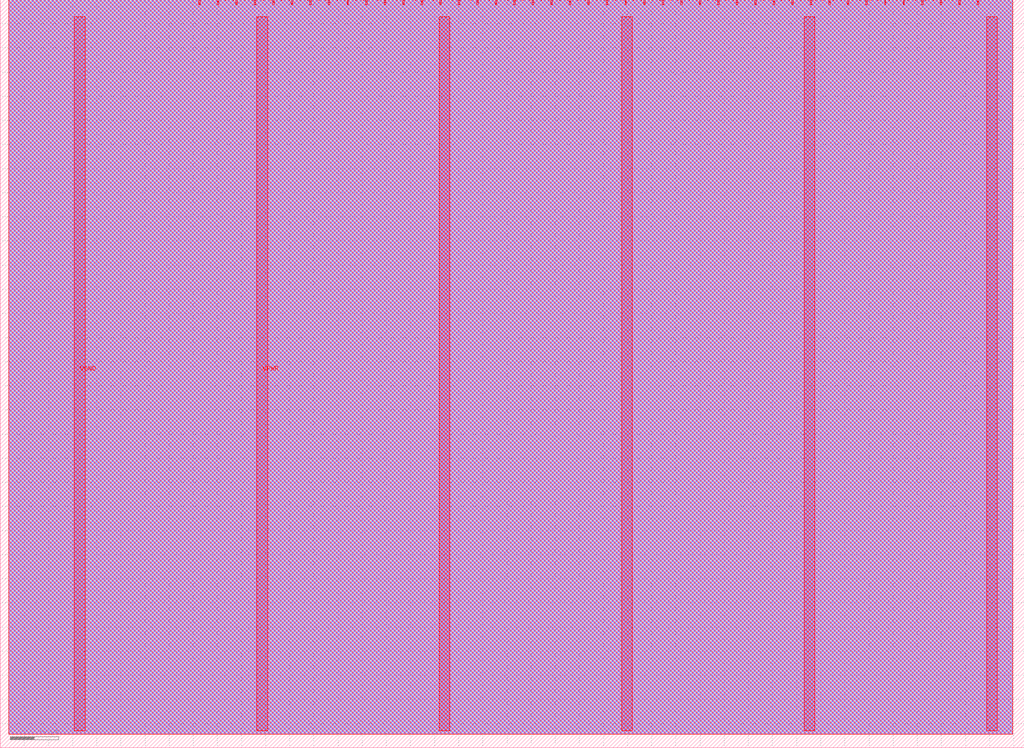
<source format=lef>
VERSION 5.8 ;
BUSBITCHARS "[]" ;
DIVIDERCHAR "/" ;
UNITS
    DATABASE MICRONS 1000 ;
END UNITS

VIA tt_um_calonso88_rsa_via1_2_2200_440_1_5_410_410
  VIARULE via1Array ;
  CUTSIZE 0.19 0.19 ;
  LAYERS Metal1 Via1 Metal2 ;
  CUTSPACING 0.22 0.22 ;
  ENCLOSURE 0.01 0.125 0.05 0.005 ;
  ROWCOL 1 5 ;
END tt_um_calonso88_rsa_via1_2_2200_440_1_5_410_410

VIA tt_um_calonso88_rsa_via2_3_2200_440_1_5_410_410
  VIARULE via2Array ;
  CUTSIZE 0.19 0.19 ;
  LAYERS Metal2 Via2 Metal3 ;
  CUTSPACING 0.22 0.22 ;
  ENCLOSURE 0.05 0.005 0.005 0.05 ;
  ROWCOL 1 5 ;
END tt_um_calonso88_rsa_via2_3_2200_440_1_5_410_410

VIA tt_um_calonso88_rsa_via3_4_2200_440_1_5_410_410
  VIARULE via3Array ;
  CUTSIZE 0.19 0.19 ;
  LAYERS Metal3 Via3 Metal4 ;
  CUTSPACING 0.22 0.22 ;
  ENCLOSURE 0.005 0.05 0.05 0.005 ;
  ROWCOL 1 5 ;
END tt_um_calonso88_rsa_via3_4_2200_440_1_5_410_410

VIA tt_um_calonso88_rsa_via4_5_2200_440_1_5_410_410
  VIARULE via4Array ;
  CUTSIZE 0.19 0.19 ;
  LAYERS Metal4 Via4 Metal5 ;
  CUTSPACING 0.22 0.22 ;
  ENCLOSURE 0.05 0.005 0.185 0.05 ;
  ROWCOL 1 5 ;
END tt_um_calonso88_rsa_via4_5_2200_440_1_5_410_410

MACRO tt_um_calonso88_rsa
  FOREIGN tt_um_calonso88_rsa 0 0 ;
  CLASS BLOCK ;
  SIZE 212.16 BY 154.98 ;
  PIN clk
    DIRECTION INPUT ;
    USE SIGNAL ;
    PORT
      LAYER Metal5 ;
        RECT  198.57 153.98 198.87 154.98 ;
    END
  END clk
  PIN ena
    DIRECTION INPUT ;
    USE SIGNAL ;
    PORT
      LAYER Metal5 ;
        RECT  202.41 153.98 202.71 154.98 ;
    END
  END ena
  PIN rst_n
    DIRECTION INPUT ;
    USE SIGNAL ;
    PORT
      LAYER Metal5 ;
        RECT  194.73 153.98 195.03 154.98 ;
    END
  END rst_n
  PIN ui_in[0]
    DIRECTION INPUT ;
    USE SIGNAL ;
    PORT
      LAYER Metal5 ;
        RECT  190.89 153.98 191.19 154.98 ;
    END
  END ui_in[0]
  PIN ui_in[1]
    DIRECTION INPUT ;
    USE SIGNAL ;
    PORT
      LAYER Metal5 ;
        RECT  187.05 153.98 187.35 154.98 ;
    END
  END ui_in[1]
  PIN ui_in[2]
    DIRECTION INPUT ;
    USE SIGNAL ;
    PORT
      LAYER Metal5 ;
        RECT  183.21 153.98 183.51 154.98 ;
    END
  END ui_in[2]
  PIN ui_in[3]
    DIRECTION INPUT ;
    USE SIGNAL ;
    PORT
      LAYER Metal5 ;
        RECT  179.37 153.98 179.67 154.98 ;
    END
  END ui_in[3]
  PIN ui_in[4]
    DIRECTION INPUT ;
    USE SIGNAL ;
    PORT
      LAYER Metal5 ;
        RECT  175.53 153.98 175.83 154.98 ;
    END
  END ui_in[4]
  PIN ui_in[5]
    DIRECTION INPUT ;
    USE SIGNAL ;
    PORT
      LAYER Metal5 ;
        RECT  171.69 153.98 171.99 154.98 ;
    END
  END ui_in[5]
  PIN ui_in[6]
    DIRECTION INPUT ;
    USE SIGNAL ;
    PORT
      LAYER Metal5 ;
        RECT  167.85 153.98 168.15 154.98 ;
    END
  END ui_in[6]
  PIN ui_in[7]
    DIRECTION INPUT ;
    USE SIGNAL ;
    PORT
      LAYER Metal5 ;
        RECT  164.01 153.98 164.31 154.98 ;
    END
  END ui_in[7]
  PIN uio_in[0]
    DIRECTION INPUT ;
    USE SIGNAL ;
    PORT
      LAYER Metal5 ;
        RECT  160.17 153.98 160.47 154.98 ;
    END
  END uio_in[0]
  PIN uio_in[1]
    DIRECTION INPUT ;
    USE SIGNAL ;
    PORT
      LAYER Metal5 ;
        RECT  156.33 153.98 156.63 154.98 ;
    END
  END uio_in[1]
  PIN uio_in[2]
    DIRECTION INPUT ;
    USE SIGNAL ;
    PORT
      LAYER Metal5 ;
        RECT  152.49 153.98 152.79 154.98 ;
    END
  END uio_in[2]
  PIN uio_in[3]
    DIRECTION INPUT ;
    USE SIGNAL ;
    PORT
      LAYER Metal5 ;
        RECT  148.65 153.98 148.95 154.98 ;
    END
  END uio_in[3]
  PIN uio_in[4]
    DIRECTION INPUT ;
    USE SIGNAL ;
    PORT
      LAYER Metal5 ;
        RECT  144.81 153.98 145.11 154.98 ;
    END
  END uio_in[4]
  PIN uio_in[5]
    DIRECTION INPUT ;
    USE SIGNAL ;
    PORT
      LAYER Metal5 ;
        RECT  140.97 153.98 141.27 154.98 ;
    END
  END uio_in[5]
  PIN uio_in[6]
    DIRECTION INPUT ;
    USE SIGNAL ;
    PORT
      LAYER Metal5 ;
        RECT  137.13 153.98 137.43 154.98 ;
    END
  END uio_in[6]
  PIN uio_in[7]
    DIRECTION INPUT ;
    USE SIGNAL ;
    PORT
      LAYER Metal5 ;
        RECT  133.29 153.98 133.59 154.98 ;
    END
  END uio_in[7]
  PIN uio_oe[0]
    DIRECTION OUTPUT ;
    USE SIGNAL ;
    PORT
      LAYER Metal5 ;
        RECT  68.01 153.98 68.31 154.98 ;
    END
  END uio_oe[0]
  PIN uio_oe[1]
    DIRECTION OUTPUT ;
    USE SIGNAL ;
    PORT
      LAYER Metal5 ;
        RECT  64.17 153.98 64.47 154.98 ;
    END
  END uio_oe[1]
  PIN uio_oe[2]
    DIRECTION OUTPUT ;
    USE SIGNAL ;
    PORT
      LAYER Metal5 ;
        RECT  60.33 153.98 60.63 154.98 ;
    END
  END uio_oe[2]
  PIN uio_oe[3]
    DIRECTION OUTPUT ;
    USE SIGNAL ;
    PORT
      LAYER Metal5 ;
        RECT  56.49 153.98 56.79 154.98 ;
    END
  END uio_oe[3]
  PIN uio_oe[4]
    DIRECTION OUTPUT ;
    USE SIGNAL ;
    PORT
      LAYER Metal5 ;
        RECT  52.65 153.98 52.95 154.98 ;
    END
  END uio_oe[4]
  PIN uio_oe[5]
    DIRECTION OUTPUT ;
    USE SIGNAL ;
    PORT
      LAYER Metal5 ;
        RECT  48.81 153.98 49.11 154.98 ;
    END
  END uio_oe[5]
  PIN uio_oe[6]
    DIRECTION OUTPUT ;
    USE SIGNAL ;
    PORT
      LAYER Metal5 ;
        RECT  44.97 153.98 45.27 154.98 ;
    END
  END uio_oe[6]
  PIN uio_oe[7]
    DIRECTION OUTPUT ;
    USE SIGNAL ;
    PORT
      LAYER Metal5 ;
        RECT  41.13 153.98 41.43 154.98 ;
    END
  END uio_oe[7]
  PIN uio_out[0]
    DIRECTION OUTPUT ;
    USE SIGNAL ;
    PORT
      LAYER Metal5 ;
        RECT  98.73 153.98 99.03 154.98 ;
    END
  END uio_out[0]
  PIN uio_out[1]
    DIRECTION OUTPUT ;
    USE SIGNAL ;
    PORT
      LAYER Metal5 ;
        RECT  94.89 153.98 95.19 154.98 ;
    END
  END uio_out[1]
  PIN uio_out[2]
    DIRECTION OUTPUT ;
    USE SIGNAL ;
    PORT
      LAYER Metal5 ;
        RECT  91.05 153.98 91.35 154.98 ;
    END
  END uio_out[2]
  PIN uio_out[3]
    DIRECTION OUTPUT ;
    USE SIGNAL ;
    PORT
      LAYER Metal5 ;
        RECT  87.21 153.98 87.51 154.98 ;
    END
  END uio_out[3]
  PIN uio_out[4]
    DIRECTION OUTPUT ;
    USE SIGNAL ;
    PORT
      LAYER Metal5 ;
        RECT  83.37 153.98 83.67 154.98 ;
    END
  END uio_out[4]
  PIN uio_out[5]
    DIRECTION OUTPUT ;
    USE SIGNAL ;
    PORT
      LAYER Metal5 ;
        RECT  79.53 153.98 79.83 154.98 ;
    END
  END uio_out[5]
  PIN uio_out[6]
    DIRECTION OUTPUT ;
    USE SIGNAL ;
    PORT
      LAYER Metal5 ;
        RECT  75.69 153.98 75.99 154.98 ;
    END
  END uio_out[6]
  PIN uio_out[7]
    DIRECTION OUTPUT ;
    USE SIGNAL ;
    PORT
      LAYER Metal5 ;
        RECT  71.85 153.98 72.15 154.98 ;
    END
  END uio_out[7]
  PIN uo_out[0]
    DIRECTION OUTPUT ;
    USE SIGNAL ;
    PORT
      LAYER Metal5 ;
        RECT  129.45 153.98 129.75 154.98 ;
    END
  END uo_out[0]
  PIN uo_out[1]
    DIRECTION OUTPUT ;
    USE SIGNAL ;
    PORT
      LAYER Metal5 ;
        RECT  125.61 153.98 125.91 154.98 ;
    END
  END uo_out[1]
  PIN uo_out[2]
    DIRECTION OUTPUT ;
    USE SIGNAL ;
    PORT
      LAYER Metal5 ;
        RECT  121.77 153.98 122.07 154.98 ;
    END
  END uo_out[2]
  PIN uo_out[3]
    DIRECTION OUTPUT ;
    USE SIGNAL ;
    PORT
      LAYER Metal5 ;
        RECT  117.93 153.98 118.23 154.98 ;
    END
  END uo_out[3]
  PIN uo_out[4]
    DIRECTION OUTPUT ;
    USE SIGNAL ;
    PORT
      LAYER Metal5 ;
        RECT  114.09 153.98 114.39 154.98 ;
    END
  END uo_out[4]
  PIN uo_out[5]
    DIRECTION OUTPUT ;
    USE SIGNAL ;
    PORT
      LAYER Metal5 ;
        RECT  110.25 153.98 110.55 154.98 ;
    END
  END uo_out[5]
  PIN uo_out[6]
    DIRECTION OUTPUT ;
    USE SIGNAL ;
    PORT
      LAYER Metal5 ;
        RECT  106.41 153.98 106.71 154.98 ;
    END
  END uo_out[6]
  PIN uo_out[7]
    DIRECTION OUTPUT ;
    USE SIGNAL ;
    PORT
      LAYER Metal5 ;
        RECT  102.57 153.98 102.87 154.98 ;
    END
  END uo_out[7]
  PIN VGND
    DIRECTION INOUT ;
    USE GROUND ;
    PORT
      LAYER Metal5 ;
        RECT  166.58 3.56 168.78 151.42 ;
        RECT  90.98 3.56 93.18 151.42 ;
        RECT  15.38 3.56 17.58 151.42 ;
    END
  END VGND
  PIN VPWR
    DIRECTION INOUT ;
    USE POWER ;
    PORT
      LAYER Metal5 ;
        RECT  204.38 3.56 206.58 151.42 ;
        RECT  128.78 3.56 130.98 151.42 ;
        RECT  53.18 3.56 55.38 151.42 ;
    END
  END VPWR
  OBS
    LAYER Metal1 ;
     RECT  1.775 2.795 209.795 154.98 ;
    LAYER Metal2 ;
     RECT  1.775 2.795 209.795 154.98 ;
    LAYER Metal3 ;
     RECT  1.775 2.795 209.795 154.98 ;
    LAYER Metal4 ;
     RECT  1.775 2.795 209.795 154.98 ;
    LAYER Metal5 ;
     RECT  1.775 2.795 209.795 154.98 ;
  END
END tt_um_calonso88_rsa
END LIBRARY

</source>
